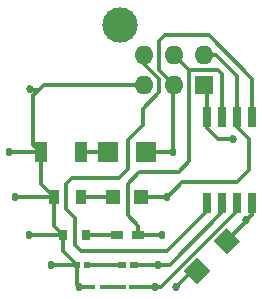
<source format=gtl>
G04 #@! TF.FileFunction,Copper,L1,Top,Signal*
%FSLAX46Y46*%
G04 Gerber Fmt 4.6, Leading zero omitted, Abs format (unit mm)*
G04 Created by KiCad (PCBNEW 4.0.7) date 01/16/18 07:36:33*
%MOMM*%
%LPD*%
G01*
G04 APERTURE LIST*
%ADD10C,0.100000*%
%ADD11R,0.400000X0.400000*%
%ADD12R,0.700000X0.600000*%
%ADD13O,1.600000X1.600000*%
%ADD14R,1.600000X1.600000*%
%ADD15R,1.700000X1.800860*%
%ADD16R,1.300000X1.198880*%
%ADD17R,1.000000X0.797560*%
%ADD18R,0.650000X1.700000*%
%ADD19O,0.508000X0.762000*%
%ADD20R,1.100000X1.700000*%
%ADD21R,0.900000X1.300000*%
%ADD22R,0.700000X0.900000*%
%ADD23R,0.600000X0.600000*%
%ADD24R,0.450000X0.430000*%
%ADD25C,3.000000*%
%ADD26C,0.685800*%
%ADD27C,0.304800*%
G04 APERTURE END LIST*
D10*
D11*
X207980000Y-103505000D03*
X208580000Y-103505000D03*
D12*
X207780000Y-101600000D03*
X208780000Y-101600000D03*
D10*
G36*
X216649236Y-98449393D02*
X217780607Y-99580764D01*
X216649236Y-100712135D01*
X215517865Y-99580764D01*
X216649236Y-98449393D01*
X216649236Y-98449393D01*
G37*
G36*
X214134764Y-100963865D02*
X215266135Y-102095236D01*
X214134764Y-103226607D01*
X213003393Y-102095236D01*
X214134764Y-100963865D01*
X214134764Y-100963865D01*
G37*
D13*
X214757000Y-83820000D03*
D14*
X214757000Y-86360000D03*
D13*
X212217000Y-83820000D03*
X212217000Y-86360000D03*
X209677000Y-83820000D03*
X209677000Y-86360000D03*
D15*
X209804000Y-92075000D03*
X206629000Y-92075000D03*
D16*
X209423000Y-95885000D03*
X207010000Y-95885000D03*
D17*
X209169000Y-99060000D03*
X207391000Y-99060000D03*
D18*
X215011000Y-96360000D03*
X216281000Y-96360000D03*
X217551000Y-96360000D03*
X218821000Y-96360000D03*
X218821000Y-89060000D03*
X217551000Y-89060000D03*
X216281000Y-89060000D03*
X215011000Y-89060000D03*
D19*
X212090000Y-92075000D03*
X211582000Y-95885000D03*
X211201000Y-99060000D03*
X210820000Y-101600000D03*
X210566000Y-103505000D03*
X198247000Y-92075000D03*
X198691500Y-95885000D03*
X199898000Y-99060000D03*
X201739500Y-101600000D03*
X204152500Y-103505000D03*
D20*
X204343000Y-92075000D03*
X200914000Y-92075000D03*
D21*
X204343000Y-95885000D03*
X202057000Y-95885000D03*
D22*
X204724000Y-99060000D03*
X202819000Y-99060000D03*
D23*
X204870000Y-101600000D03*
X203970000Y-101600000D03*
D24*
X206140000Y-103505000D03*
X205340000Y-103505000D03*
D25*
X207645000Y-81280000D03*
D26*
X200025000Y-86741000D03*
X218313000Y-97790000D03*
X212344000Y-103505000D03*
X217170000Y-90932000D03*
D27*
X204152500Y-103505000D02*
X205340000Y-103505000D01*
X203970000Y-101600000D02*
X203970000Y-103322500D01*
X203970000Y-103322500D02*
X204152500Y-103505000D01*
X200723500Y-86804500D02*
X200088500Y-86804500D01*
X200088500Y-86804500D02*
X200025000Y-86741000D01*
X218821000Y-96360000D02*
X218821000Y-97282000D01*
X218821000Y-97282000D02*
X218313000Y-97790000D01*
X216425214Y-99804786D02*
X218821000Y-97409000D01*
X218821000Y-97409000D02*
X218821000Y-96360000D01*
X202819000Y-99060000D02*
X202819000Y-100449000D01*
X202819000Y-100449000D02*
X203970000Y-101600000D01*
X202057000Y-95885000D02*
X202057000Y-98298000D01*
X202057000Y-98298000D02*
X202819000Y-99060000D01*
X200914000Y-92075000D02*
X200914000Y-94742000D01*
X200914000Y-94742000D02*
X202057000Y-95885000D01*
X209677000Y-86360000D02*
X201168000Y-86360000D01*
X200279000Y-91440000D02*
X200914000Y-92075000D01*
X200279000Y-87249000D02*
X200279000Y-91440000D01*
X201168000Y-86360000D02*
X200723500Y-86804500D01*
X200723500Y-86804500D02*
X200279000Y-87249000D01*
X201739500Y-101600000D02*
X203970000Y-101600000D01*
X199898000Y-99060000D02*
X202819000Y-99060000D01*
X198818500Y-95885000D02*
X202057000Y-95885000D01*
X200914000Y-92075000D02*
X198247000Y-92075000D01*
X212344000Y-103505000D02*
X213753764Y-102095236D01*
X213753764Y-102095236D02*
X214134764Y-102095236D01*
X215011000Y-89060000D02*
X215011000Y-90043000D01*
X215900000Y-90932000D02*
X217170000Y-90932000D01*
X215011000Y-90043000D02*
X215900000Y-90932000D01*
X213977786Y-102252214D02*
X213850786Y-102252214D01*
X215011000Y-89060000D02*
X215011000Y-86614000D01*
X215011000Y-86614000D02*
X214757000Y-86360000D01*
X217551000Y-89060000D02*
X217551000Y-89916000D01*
X212852000Y-94615000D02*
X215519000Y-94615000D01*
X212852000Y-94615000D02*
X211709000Y-95885000D01*
X217551000Y-94615000D02*
X215519000Y-94615000D01*
X218567000Y-93599000D02*
X217551000Y-94615000D01*
X218567000Y-90932000D02*
X218567000Y-93599000D01*
X217551000Y-89916000D02*
X218567000Y-90932000D01*
X211582000Y-95885000D02*
X211709000Y-95885000D01*
X217551000Y-89060000D02*
X217551000Y-85598000D01*
X215773000Y-83820000D02*
X214757000Y-83820000D01*
X217551000Y-85598000D02*
X215773000Y-83820000D01*
X209423000Y-95885000D02*
X211582000Y-95885000D01*
X212217000Y-83820000D02*
X213487000Y-85090000D01*
X213487000Y-85090000D02*
X213487000Y-92837000D01*
X208280000Y-94742000D02*
X209169000Y-93853000D01*
X208280000Y-97409000D02*
X208280000Y-94742000D01*
X209169000Y-98298000D02*
X208280000Y-97409000D01*
X209169000Y-99060000D02*
X209169000Y-98298000D01*
X209296000Y-93726000D02*
X209169000Y-93853000D01*
X212598000Y-93726000D02*
X209296000Y-93726000D01*
X213487000Y-92837000D02*
X212598000Y-93726000D01*
X216281000Y-89060000D02*
X216281000Y-85471000D01*
X215900000Y-85090000D02*
X213487000Y-85090000D01*
X216281000Y-85471000D02*
X215900000Y-85090000D01*
X209169000Y-99060000D02*
X211201000Y-99060000D01*
X212090000Y-92075000D02*
X212090000Y-86487000D01*
X212090000Y-86487000D02*
X212217000Y-86360000D01*
X218821000Y-89060000D02*
X218821000Y-85852000D01*
X210947000Y-85090000D02*
X212217000Y-86360000D01*
X210947000Y-82677000D02*
X210947000Y-85090000D01*
X211455000Y-82169000D02*
X210947000Y-82677000D01*
X215138000Y-82169000D02*
X211455000Y-82169000D01*
X218821000Y-85852000D02*
X215138000Y-82169000D01*
X209804000Y-92075000D02*
X212090000Y-92075000D01*
X215011000Y-96360000D02*
X215011000Y-97028000D01*
X215011000Y-97028000D02*
X211582000Y-100457000D01*
X211582000Y-100457000D02*
X204343000Y-100457000D01*
X204343000Y-100457000D02*
X203835000Y-99949000D01*
X203835000Y-99949000D02*
X203835000Y-97663000D01*
X203835000Y-97663000D02*
X203073000Y-96901000D01*
X203073000Y-96901000D02*
X203073000Y-94742000D01*
X203073000Y-94742000D02*
X203581000Y-94234000D01*
X203581000Y-94234000D02*
X207518000Y-94234000D01*
X207518000Y-94234000D02*
X208280000Y-93472000D01*
X208280000Y-93472000D02*
X208280000Y-91059000D01*
X208280000Y-91059000D02*
X209550000Y-89789000D01*
X209550000Y-89789000D02*
X209550000Y-88392000D01*
X209550000Y-88392000D02*
X210947000Y-86995000D01*
X210947000Y-86995000D02*
X210947000Y-85852000D01*
X210947000Y-85852000D02*
X209677000Y-84582000D01*
X209677000Y-84582000D02*
X209677000Y-83820000D01*
X204343000Y-95885000D02*
X207010000Y-95885000D01*
X204724000Y-99060000D02*
X207391000Y-99060000D01*
X204870000Y-101600000D02*
X207680000Y-101600000D01*
X206629000Y-92075000D02*
X204343000Y-92075000D01*
X210820000Y-101600000D02*
X211836000Y-101600000D01*
X211836000Y-101600000D02*
X216281000Y-97155000D01*
X216281000Y-97155000D02*
X216281000Y-96360000D01*
X208780000Y-101600000D02*
X210820000Y-101600000D01*
X208580000Y-103505000D02*
X209169000Y-103505000D01*
X209169000Y-103505000D02*
X210566000Y-103505000D01*
X210693000Y-103505000D02*
X211074000Y-103505000D01*
X211074000Y-103505000D02*
X217551000Y-97028000D01*
X217551000Y-97028000D02*
X217551000Y-96360000D01*
X207980000Y-103505000D02*
X207391000Y-103505000D01*
X207391000Y-103505000D02*
X206140000Y-103505000D01*
M02*

</source>
